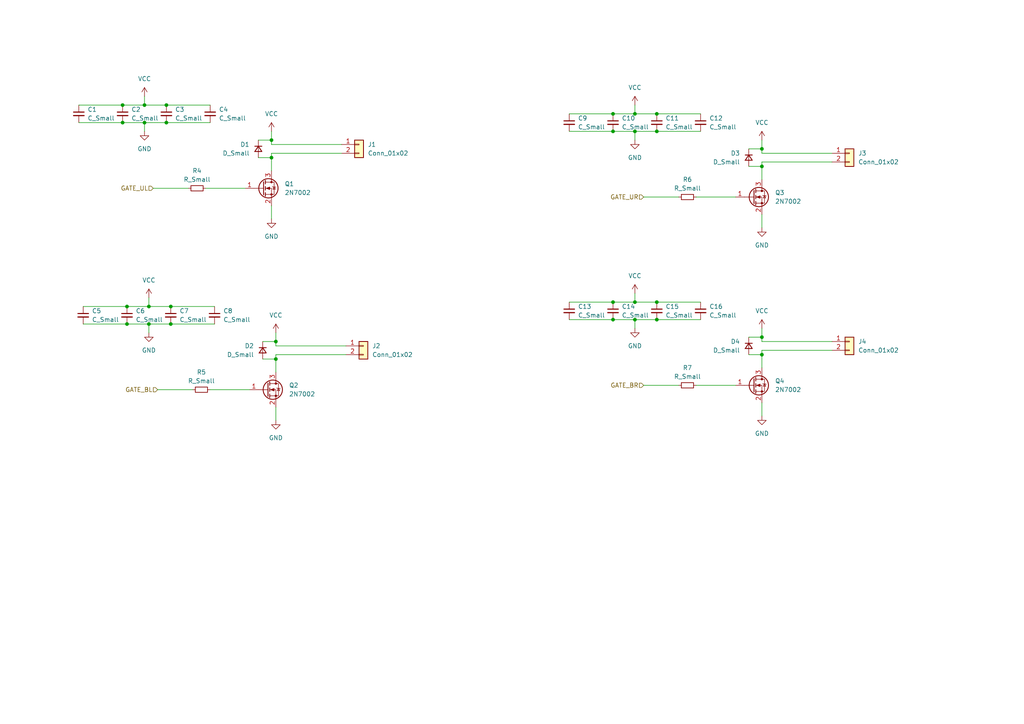
<source format=kicad_sch>
(kicad_sch (version 20230121) (generator eeschema)
  (paper "A4")
  (lib_symbols
    (symbol "Connector_Generic:Conn_01x02" (pin_names (offset 1.016) hide)
      (property "Reference" "J" (at 0 2.54 0))
      (property "Value" "Conn_01x02" (at 0 -5.08 0))
      (symbol "Conn_01x02_1_1"
        (rectangle (start -1.27 -2.413) (end 0 -2.667) (stroke (width 0.1524)))
        (rectangle (start -1.27 0.127) (end 0 -0.127) (stroke (width 0.1524)))
        (rectangle (start -1.27 1.27) (end 1.27 -3.81) (stroke (width 0.254)) (fill (type background)))
        (pin passive line (at -5.08 0 0) (length 3.81) (name "Pin_1") (number "1"))
        (pin passive line (at -5.08 -2.54 0) (length 3.81) (name "Pin_2") (number "2"))
      )
    )
    (symbol "Device:C_Small" (pin_numbers hide) (pin_names (offset 0.254) hide)
      (property "Reference" "C" (at 0.254 1.778 0))
      (property "Value" "C_Small" (at 0.254 -2.032 0))
      (symbol "C_Small_0_1"
        (polyline (pts (xy -1.524 -0.508) (xy 1.524 -0.508)) (stroke (width 0.3302)))
        (polyline (pts (xy -1.524 0.508) (xy 1.524 0.508)) (stroke (width 0.3048)))
      )
      (symbol "C_Small_1_1"
        (pin passive line (at 0 2.54 270) (length 2.032) (name "~") (number "1"))
        (pin passive line (at 0 -2.54 90) (length 2.032) (name "~") (number "2"))
      )
    )
    (symbol "Device:D_Small" (pin_numbers hide) (pin_names (offset 0.254) hide)
      (property "Reference" "D" (at -1.27 2.032 0))
      (property "Value" "D_Small" (at -3.81 -2.032 0))
      (symbol "D_Small_0_1"
        (polyline (pts (xy -0.762 -1.016) (xy -0.762 1.016)) (stroke (width 0.254)))
        (polyline (pts (xy -0.762 0) (xy 0.762 0)))
        (polyline (pts (xy 0.762 -1.016) (xy -0.762 0) (xy 0.762 1.016) (xy 0.762 -1.016)) (stroke (width 0.254)))
      )
      (symbol "D_Small_1_1"
        (pin passive line (at -2.54 0 0) (length 1.778) (name "K") (number "1"))
        (pin passive line (at 2.54 0 180) (length 1.778) (name "A") (number "2"))
      )
    )
    (symbol "Device:R_Small" (pin_numbers hide) (pin_names (offset 0.254) hide)
      (property "Reference" "R" (at 0.762 0.508 0))
      (property "Value" "R_Small" (at 0.762 -1.016 0))
      (symbol "R_Small_0_1"
        (rectangle (start -0.762 1.778) (end 0.762 -1.778) (stroke (width 0.2032)))
      )
      (symbol "R_Small_1_1"
        (pin passive line (at 0 2.54 270) (length 0.762) (name "~") (number "1"))
        (pin passive line (at 0 -2.54 90) (length 0.762) (name "~") (number "2"))
      )
    )
    (symbol "Transistor_FET:2N7002" (pin_names hide)
      (property "Reference" "Q" (at 5.08 1.905 0))
      (property "Value" "2N7002" (at 5.08 0 0))
      (symbol "2N7002_0_1"
        (polyline (pts (xy 0.254 0) (xy -2.54 0)))
        (polyline (pts (xy 0.254 1.905) (xy 0.254 -1.905)) (stroke (width 0.254)))
        (polyline (pts (xy 0.762 -1.27) (xy 0.762 -2.286)) (stroke (width 0.254)))
        (polyline (pts (xy 0.762 0.508) (xy 0.762 -0.508)) (stroke (width 0.254)))
        (polyline (pts (xy 0.762 2.286) (xy 0.762 1.27)) (stroke (width 0.254)))
        (polyline (pts (xy 2.54 2.54) (xy 2.54 1.778)))
        (polyline (pts (xy 2.54 -2.54) (xy 2.54 0) (xy 0.762 0)))
        (polyline (pts (xy 0.762 -1.778) (xy 3.302 -1.778) (xy 3.302 1.778) (xy 0.762 1.778)))
        (polyline (pts (xy 1.016 0) (xy 2.032 0.381) (xy 2.032 -0.381) (xy 1.016 0)) (fill (type outline)))
        (polyline (pts (xy 2.794 0.508) (xy 2.921 0.381) (xy 3.683 0.381) (xy 3.81 0.254)))
        (polyline (pts (xy 3.302 0.381) (xy 2.921 -0.254) (xy 3.683 -0.254) (xy 3.302 0.381)))
        (circle (center 1.651 0) (radius 2.794) (stroke (width 0.254)))
        (circle (center 2.54 -1.778) (radius 0.254) (fill (type outline)))
        (circle (center 2.54 1.778) (radius 0.254) (fill (type outline)))
      )
      (symbol "2N7002_1_1"
        (pin input line (at -5.08 0 0) (length 2.54) (name "G") (number "1"))
        (pin passive line (at 2.54 -5.08 90) (length 2.54) (name "S") (number "2"))
        (pin passive line (at 2.54 5.08 270) (length 2.54) (name "D") (number "3"))
      )
    )
    (symbol "power:GND" (power) (pin_names (offset 0))
      (property "Value" "GND" (at 0 -3.81 0))
      (symbol "GND_0_1"
        (polyline (pts (xy 0 0) (xy 0 -1.27) (xy 1.27 -1.27) (xy 0 -2.54) (xy -1.27 -1.27) (xy 0 -1.27)))
      )
      (symbol "GND_1_1"
        (pin power_in line (at 0 0 270) (length 0) hide (name "GND") (number "1"))
      )
    )
    (symbol "power:VCC" (power) (pin_names (offset 0))
      (property "Value" "VCC" (at 0 3.81 0))
      (symbol "VCC_0_1"
        (polyline (pts (xy -0.762 1.27) (xy 0 2.54)))
        (polyline (pts (xy 0 0) (xy 0 2.54)))
        (polyline (pts (xy 0 2.54) (xy 0.762 1.27)))
      )
      (symbol "VCC_1_1"
        (pin power_in line (at 0 0 90) (length 0) hide (name "VCC") (number "1"))
      )
    )
  )
  (junction (at 220.98 102.87))
  (junction (at 184.15 33.02))
  (junction (at 190.5 33.02))
  (junction (at 177.8 87.63))
  (junction (at 43.18 88.9))
  (junction (at 177.8 92.71))
  (junction (at 190.5 38.1))
  (junction (at 48.26 35.56))
  (junction (at 184.15 92.71))
  (junction (at 220.98 97.79))
  (junction (at 177.8 38.1))
  (junction (at 48.26 30.48))
  (junction (at 36.83 88.9))
  (junction (at 49.53 88.9))
  (junction (at 80.01 104.14))
  (junction (at 78.74 45.72))
  (junction (at 184.15 38.1))
  (junction (at 80.01 99.06))
  (junction (at 41.91 30.48))
  (junction (at 49.53 93.98))
  (junction (at 220.98 43.18))
  (junction (at 35.56 30.48))
  (junction (at 36.83 93.98))
  (junction (at 78.74 40.64))
  (junction (at 190.5 87.63))
  (junction (at 220.98 48.26))
  (junction (at 43.18 93.98))
  (junction (at 177.8 33.02))
  (junction (at 190.5 92.71))
  (junction (at 184.15 87.63))
  (junction (at 35.56 35.56))
  (junction (at 41.91 35.56))
  (wire (pts (xy 220.98 43.18) (xy 220.98 44.45)))
  (wire (pts (xy 76.2 104.14) (xy 80.01 104.14)))
  (wire (pts (xy 43.18 86.36) (xy 43.18 88.9)))
  (wire (pts (xy 190.5 87.63) (xy 203.2 87.63)))
  (wire (pts (xy 80.01 104.14) (xy 80.01 102.87)))
  (wire (pts (xy 80.01 121.92) (xy 80.01 118.11)))
  (wire (pts (xy 76.2 99.06) (xy 80.01 99.06)))
  (wire (pts (xy 220.98 101.6) (xy 241.3 101.6)))
  (wire (pts (xy 201.93 57.15) (xy 213.36 57.15)))
  (wire (pts (xy 184.15 38.1) (xy 190.5 38.1)))
  (wire (pts (xy 78.74 38.1) (xy 78.74 40.64)))
  (wire (pts (xy 48.26 35.56) (xy 60.96 35.56)))
  (wire (pts (xy 41.91 35.56) (xy 48.26 35.56)))
  (wire (pts (xy 74.93 40.64) (xy 78.74 40.64)))
  (wire (pts (xy 43.18 93.98) (xy 43.18 96.52)))
  (wire (pts (xy 24.13 93.98) (xy 36.83 93.98)))
  (wire (pts (xy 220.98 40.64) (xy 220.98 43.18)))
  (wire (pts (xy 217.17 48.26) (xy 220.98 48.26)))
  (wire (pts (xy 220.98 46.99) (xy 241.3 46.99)))
  (wire (pts (xy 24.13 88.9) (xy 36.83 88.9)))
  (wire (pts (xy 201.93 111.76) (xy 213.36 111.76)))
  (wire (pts (xy 184.15 92.71) (xy 190.5 92.71)))
  (wire (pts (xy 165.1 33.02) (xy 177.8 33.02)))
  (wire (pts (xy 22.86 35.56) (xy 35.56 35.56)))
  (wire (pts (xy 184.15 87.63) (xy 190.5 87.63)))
  (wire (pts (xy 78.74 45.72) (xy 78.74 44.45)))
  (wire (pts (xy 165.1 38.1) (xy 177.8 38.1)))
  (wire (pts (xy 220.98 66.04) (xy 220.98 62.23)))
  (wire (pts (xy 80.01 102.87) (xy 100.33 102.87)))
  (wire (pts (xy 78.74 44.45) (xy 99.06 44.45)))
  (wire (pts (xy 165.1 87.63) (xy 177.8 87.63)))
  (wire (pts (xy 100.33 100.33) (xy 80.01 100.33)))
  (wire (pts (xy 186.69 57.15) (xy 196.85 57.15)))
  (wire (pts (xy 80.01 99.06) (xy 80.01 100.33)))
  (wire (pts (xy 177.8 38.1) (xy 184.15 38.1)))
  (wire (pts (xy 217.17 102.87) (xy 220.98 102.87)))
  (wire (pts (xy 177.8 33.02) (xy 184.15 33.02)))
  (wire (pts (xy 190.5 38.1) (xy 203.2 38.1)))
  (wire (pts (xy 177.8 87.63) (xy 184.15 87.63)))
  (wire (pts (xy 190.5 33.02) (xy 203.2 33.02)))
  (wire (pts (xy 60.96 113.03) (xy 72.39 113.03)))
  (wire (pts (xy 80.01 107.95) (xy 80.01 104.14)))
  (wire (pts (xy 177.8 92.71) (xy 184.15 92.71)))
  (wire (pts (xy 35.56 35.56) (xy 41.91 35.56)))
  (wire (pts (xy 190.5 92.71) (xy 203.2 92.71)))
  (wire (pts (xy 220.98 52.07) (xy 220.98 48.26)))
  (wire (pts (xy 49.53 93.98) (xy 62.23 93.98)))
  (wire (pts (xy 59.69 54.61) (xy 71.12 54.61)))
  (wire (pts (xy 184.15 38.1) (xy 184.15 40.64)))
  (wire (pts (xy 99.06 41.91) (xy 78.74 41.91)))
  (wire (pts (xy 36.83 88.9) (xy 43.18 88.9)))
  (wire (pts (xy 220.98 120.65) (xy 220.98 116.84)))
  (wire (pts (xy 49.53 88.9) (xy 62.23 88.9)))
  (wire (pts (xy 184.15 85.09) (xy 184.15 87.63)))
  (wire (pts (xy 220.98 95.25) (xy 220.98 97.79)))
  (wire (pts (xy 165.1 92.71) (xy 177.8 92.71)))
  (wire (pts (xy 74.93 45.72) (xy 78.74 45.72)))
  (wire (pts (xy 41.91 27.94) (xy 41.91 30.48)))
  (wire (pts (xy 217.17 43.18) (xy 220.98 43.18)))
  (wire (pts (xy 78.74 49.53) (xy 78.74 45.72)))
  (wire (pts (xy 241.3 44.45) (xy 220.98 44.45)))
  (wire (pts (xy 22.86 30.48) (xy 35.56 30.48)))
  (wire (pts (xy 78.74 63.5) (xy 78.74 59.69)))
  (wire (pts (xy 220.98 48.26) (xy 220.98 46.99)))
  (wire (pts (xy 78.74 40.64) (xy 78.74 41.91)))
  (wire (pts (xy 36.83 93.98) (xy 43.18 93.98)))
  (wire (pts (xy 43.18 93.98) (xy 49.53 93.98)))
  (wire (pts (xy 43.18 88.9) (xy 49.53 88.9)))
  (wire (pts (xy 41.91 30.48) (xy 48.26 30.48)))
  (wire (pts (xy 41.91 35.56) (xy 41.91 38.1)))
  (wire (pts (xy 80.01 96.52) (xy 80.01 99.06)))
  (wire (pts (xy 217.17 97.79) (xy 220.98 97.79)))
  (wire (pts (xy 186.69 111.76) (xy 196.85 111.76)))
  (wire (pts (xy 220.98 97.79) (xy 220.98 99.06)))
  (wire (pts (xy 220.98 102.87) (xy 220.98 101.6)))
  (wire (pts (xy 184.15 92.71) (xy 184.15 95.25)))
  (wire (pts (xy 184.15 33.02) (xy 190.5 33.02)))
  (wire (pts (xy 220.98 106.68) (xy 220.98 102.87)))
  (wire (pts (xy 44.45 54.61) (xy 54.61 54.61)))
  (wire (pts (xy 184.15 30.48) (xy 184.15 33.02)))
  (wire (pts (xy 45.72 113.03) (xy 55.88 113.03)))
  (wire (pts (xy 48.26 30.48) (xy 60.96 30.48)))
  (wire (pts (xy 241.3 99.06) (xy 220.98 99.06)))
  (wire (pts (xy 35.56 30.48) (xy 41.91 30.48)))
  (hierarchical_label "GATE_BL" (shape input) (at 45.72 113.03 180))
  (hierarchical_label "GATE_UR" (shape input) (at 186.69 57.15 180))
  (hierarchical_label "GATE_UL" (shape input) (at 44.45 54.61 180))
  (hierarchical_label "GATE_BR" (shape input) (at 186.69 111.76 180))
  (symbol (lib_id "Device:C_Small") (at 203.2 35.56 0) (unit 1)
    (property "Reference" "C12" (at 205.74 34.2963 0) (effects (justify left)))
    (property "Value" "C_Small" (at 205.74 36.8363 0) (effects (justify left)))
  )
  (symbol (lib_id "Device:C_Small") (at 177.8 35.56 0) (unit 1)
    (property "Reference" "C10" (at 180.34 34.2963 0) (effects (justify left)))
    (property "Value" "C_Small" (at 180.34 36.8363 0) (effects (justify left)))
  )
  (symbol (lib_id "power:GND") (at 41.91 38.1 0) (unit 1)
    (property "Reference" "#PWR013" (effects hide))
    (property "Value" "GND" (at 41.91 43.18 0))
  )
  (symbol (lib_id "power:VCC") (at 80.01 96.52 0) (unit 1)
    (property "Reference" "#PWR016" (effects hide))
    (property "Value" "VCC" (at 80.01 91.44 0))
  )
  (symbol (lib_id "Device:R_Small") (at 199.39 57.15 90) (unit 1)
    (property "Reference" "R6" (at 199.39 52.07 90))
    (property "Value" "R_Small" (at 199.39 54.61 90))
  )
  (symbol (lib_id "power:GND") (at 184.15 95.25 0) (unit 1)
    (property "Reference" "#PWR023" (effects hide))
    (property "Value" "GND" (at 184.15 100.33 0))
  )
  (symbol (lib_id "Connector_Generic:Conn_01x02") (at 246.38 44.45 0) (unit 1)
    (property "Reference" "J3" (at 248.92 44.45 0) (effects (justify left)))
    (property "Value" "Conn_01x02" (at 248.92 46.99 0) (effects (justify left)))
  )
  (symbol (lib_id "Device:C_Small") (at 203.2 90.17 0) (unit 1)
    (property "Reference" "C16" (at 205.74 88.9063 0) (effects (justify left)))
    (property "Value" "C_Small" (at 205.74 91.4463 0) (effects (justify left)))
  )
  (symbol (lib_id "Device:C_Small") (at 22.86 33.02 0) (unit 1)
    (property "Reference" "C1" (at 25.4 31.7563 0) (effects (justify left)))
    (property "Value" "C_Small" (at 25.4 34.2963 0) (effects (justify left)))
  )
  (symbol (lib_id "power:VCC") (at 78.74 38.1 0) (unit 1)
    (property "Reference" "#PWR011" (effects hide))
    (property "Value" "VCC" (at 78.74 33.02 0))
  )
  (symbol (lib_id "power:VCC") (at 43.18 86.36 0) (unit 1)
    (property "Reference" "#PWR014" (effects hide))
    (property "Value" "VCC" (at 43.18 81.28 0))
  )
  (symbol (lib_id "Connector_Generic:Conn_01x02") (at 246.38 99.06 0) (unit 1)
    (property "Reference" "J4" (at 248.92 99.06 0) (effects (justify left)))
    (property "Value" "Conn_01x02" (at 248.92 101.6 0) (effects (justify left)))
  )
  (symbol (lib_id "power:VCC") (at 184.15 30.48 0) (unit 1)
    (property "Reference" "#PWR018" (effects hide))
    (property "Value" "VCC" (at 184.15 25.4 0))
  )
  (symbol (lib_id "Device:C_Small") (at 36.83 91.44 0) (unit 1)
    (property "Reference" "C6" (at 39.37 90.1763 0) (effects (justify left)))
    (property "Value" "C_Small" (at 39.37 92.7163 0) (effects (justify left)))
  )
  (symbol (lib_id "Device:C_Small") (at 62.23 91.44 0) (unit 1)
    (property "Reference" "C8" (at 64.77 90.1763 0) (effects (justify left)))
    (property "Value" "C_Small" (at 64.77 92.7163 0) (effects (justify left)))
  )
  (symbol (lib_id "Device:C_Small") (at 35.56 33.02 0) (unit 1)
    (property "Reference" "C2" (at 38.1 31.7563 0) (effects (justify left)))
    (property "Value" "C_Small" (at 38.1 34.2963 0) (effects (justify left)))
  )
  (symbol (lib_id "Device:C_Small") (at 48.26 33.02 0) (unit 1)
    (property "Reference" "C3" (at 50.8 31.7563 0) (effects (justify left)))
    (property "Value" "C_Small" (at 50.8 34.2963 0) (effects (justify left)))
  )
  (symbol (lib_id "Transistor_FET:2N7002") (at 218.44 111.76 0) (unit 1)
    (property "Reference" "Q4" (at 224.79 110.49 0) (effects (justify left)))
    (property "Value" "2N7002" (at 224.79 113.03 0) (effects (justify left)))
    (property "Footprint" "Package_TO_SOT_SMD:SOT-23" (effects hide))
    (property "Datasheet" "https://www.onsemi.com/pub/Collateral/NDS7002A-D.PDF" (effects hide))
  )
  (symbol (lib_id "Device:C_Small") (at 60.96 33.02 0) (unit 1)
    (property "Reference" "C4" (at 63.5 31.7563 0) (effects (justify left)))
    (property "Value" "C_Small" (at 63.5 34.2963 0) (effects (justify left)))
  )
  (symbol (lib_id "Connector_Generic:Conn_01x02") (at 105.41 100.33 0) (unit 1)
    (property "Reference" "J2" (at 107.95 100.33 0) (effects (justify left)))
    (property "Value" "Conn_01x02" (at 107.95 102.87 0) (effects (justify left)))
  )
  (symbol (lib_id "Device:C_Small") (at 190.5 35.56 0) (unit 1)
    (property "Reference" "C11" (at 193.04 34.2963 0) (effects (justify left)))
    (property "Value" "C_Small" (at 193.04 36.8363 0) (effects (justify left)))
  )
  (symbol (lib_id "Transistor_FET:2N7002") (at 218.44 57.15 0) (unit 1)
    (property "Reference" "Q3" (at 224.79 55.88 0) (effects (justify left)))
    (property "Value" "2N7002" (at 224.79 58.42 0) (effects (justify left)))
    (property "Footprint" "Package_TO_SOT_SMD:SOT-23" (effects hide))
    (property "Datasheet" "https://www.onsemi.com/pub/Collateral/NDS7002A-D.PDF" (effects hide))
  )
  (symbol (lib_id "Device:C_Small") (at 190.5 90.17 0) (unit 1)
    (property "Reference" "C15" (at 193.04 88.9063 0) (effects (justify left)))
    (property "Value" "C_Small" (at 193.04 91.4463 0) (effects (justify left)))
  )
  (symbol (lib_id "Device:D_Small") (at 217.17 45.72 270) (unit 1)
    (property "Reference" "D3" (at 214.63 44.45 90) (effects (justify right)))
    (property "Value" "D_Small" (at 214.63 46.99 90) (effects (justify right)))
    (property "Sim.Device" "D" (effects hide))
    (property "Sim.Pins" "1=K 2=A" (effects hide))
  )
  (symbol (lib_id "Device:C_Small") (at 177.8 90.17 0) (unit 1)
    (property "Reference" "C14" (at 180.34 88.9063 0) (effects (justify left)))
    (property "Value" "C_Small" (at 180.34 91.4463 0) (effects (justify left)))
  )
  (symbol (lib_id "Transistor_FET:2N7002") (at 77.47 113.03 0) (unit 1)
    (property "Reference" "Q2" (at 83.82 111.76 0) (effects (justify left)))
    (property "Value" "2N7002" (at 83.82 114.3 0) (effects (justify left)))
    (property "Footprint" "Package_TO_SOT_SMD:SOT-23" (effects hide))
    (property "Datasheet" "https://www.onsemi.com/pub/Collateral/NDS7002A-D.PDF" (effects hide))
  )
  (symbol (lib_id "power:VCC") (at 41.91 27.94 0) (unit 1)
    (property "Reference" "#PWR012" (effects hide))
    (property "Value" "VCC" (at 41.91 22.86 0))
  )
  (symbol (lib_id "power:GND") (at 80.01 121.92 0) (unit 1)
    (property "Reference" "#PWR017" (effects hide))
    (property "Value" "GND" (at 80.01 127 0))
  )
  (symbol (lib_id "Device:C_Small") (at 165.1 90.17 0) (unit 1)
    (property "Reference" "C13" (at 167.64 88.9063 0) (effects (justify left)))
    (property "Value" "C_Small" (at 167.64 91.4463 0) (effects (justify left)))
  )
  (symbol (lib_id "Device:D_Small") (at 74.93 43.18 270) (unit 1)
    (property "Reference" "D1" (at 72.39 41.91 90) (effects (justify right)))
    (property "Value" "D_Small" (at 72.39 44.45 90) (effects (justify right)))
    (property "Sim.Device" "D" (effects hide))
    (property "Sim.Pins" "1=K 2=A" (effects hide))
  )
  (symbol (lib_id "power:VCC") (at 220.98 95.25 0) (unit 1)
    (property "Reference" "#PWR024" (effects hide))
    (property "Value" "VCC" (at 220.98 90.17 0))
  )
  (symbol (lib_id "power:VCC") (at 220.98 40.64 0) (unit 1)
    (property "Reference" "#PWR020" (effects hide))
    (property "Value" "VCC" (at 220.98 35.56 0))
  )
  (symbol (lib_id "Device:C_Small") (at 49.53 91.44 0) (unit 1)
    (property "Reference" "C7" (at 52.07 90.1763 0) (effects (justify left)))
    (property "Value" "C_Small" (at 52.07 92.7163 0) (effects (justify left)))
  )
  (symbol (lib_id "power:VCC") (at 184.15 85.09 0) (unit 1)
    (property "Reference" "#PWR022" (effects hide))
    (property "Value" "VCC" (at 184.15 80.01 0))
  )
  (symbol (lib_id "Device:R_Small") (at 58.42 113.03 90) (unit 1)
    (property "Reference" "R5" (at 58.42 107.95 90))
    (property "Value" "R_Small" (at 58.42 110.49 90))
  )
  (symbol (lib_id "power:GND") (at 220.98 66.04 0) (unit 1)
    (property "Reference" "#PWR021" (effects hide))
    (property "Value" "GND" (at 220.98 71.12 0))
  )
  (symbol (lib_id "power:GND") (at 78.74 63.5 0) (unit 1)
    (property "Reference" "#PWR010" (effects hide))
    (property "Value" "GND" (at 78.74 68.58 0))
  )
  (symbol (lib_id "Connector_Generic:Conn_01x02") (at 104.14 41.91 0) (unit 1)
    (property "Reference" "J1" (at 106.68 41.91 0) (effects (justify left)))
    (property "Value" "Conn_01x02" (at 106.68 44.45 0) (effects (justify left)))
  )
  (symbol (lib_id "Device:R_Small") (at 199.39 111.76 90) (unit 1)
    (property "Reference" "R7" (at 199.39 106.68 90))
    (property "Value" "R_Small" (at 199.39 109.22 90))
  )
  (symbol (lib_id "Device:C_Small") (at 165.1 35.56 0) (unit 1)
    (property "Reference" "C9" (at 167.64 34.2963 0) (effects (justify left)))
    (property "Value" "C_Small" (at 167.64 36.8363 0) (effects (justify left)))
  )
  (symbol (lib_id "Device:R_Small") (at 57.15 54.61 90) (unit 1)
    (property "Reference" "R4" (at 57.15 49.53 90))
    (property "Value" "R_Small" (at 57.15 52.07 90))
  )
  (symbol (lib_id "Device:C_Small") (at 24.13 91.44 0) (unit 1)
    (property "Reference" "C5" (at 26.67 90.1763 0) (effects (justify left)))
    (property "Value" "C_Small" (at 26.67 92.7163 0) (effects (justify left)))
  )
  (symbol (lib_id "Device:D_Small") (at 76.2 101.6 270) (unit 1)
    (property "Reference" "D2" (at 73.66 100.33 90) (effects (justify right)))
    (property "Value" "D_Small" (at 73.66 102.87 90) (effects (justify right)))
    (property "Sim.Device" "D" (effects hide))
    (property "Sim.Pins" "1=K 2=A" (effects hide))
  )
  (symbol (lib_id "power:GND") (at 184.15 40.64 0) (unit 1)
    (property "Reference" "#PWR019" (effects hide))
    (property "Value" "GND" (at 184.15 45.72 0))
  )
  (symbol (lib_id "power:GND") (at 220.98 120.65 0) (unit 1)
    (property "Reference" "#PWR025" (effects hide))
    (property "Value" "GND" (at 220.98 125.73 0))
  )
  (symbol (lib_id "power:GND") (at 43.18 96.52 0) (unit 1)
    (property "Reference" "#PWR015" (effects hide))
    (property "Value" "GND" (at 43.18 101.6 0))
  )
  (symbol (lib_id "Device:D_Small") (at 217.17 100.33 270) (unit 1)
    (property "Reference" "D4" (at 214.63 99.06 90) (effects (justify right)))
    (property "Value" "D_Small" (at 214.63 101.6 90) (effects (justify right)))
    (property "Sim.Device" "D" (effects hide))
    (property "Sim.Pins" "1=K 2=A" (effects hide))
  )
  (symbol (lib_id "Transistor_FET:2N7002") (at 76.2 54.61 0) (unit 1)
    (property "Reference" "Q1" (at 82.55 53.34 0) (effects (justify left)))
    (property "Value" "2N7002" (at 82.55 55.88 0) (effects (justify left)))
    (property "Footprint" "Package_TO_SOT_SMD:SOT-23" (effects hide))
    (property "Datasheet" "https://www.onsemi.com/pub/Collateral/NDS7002A-D.PDF" (effects hide))
  )
)
</source>
